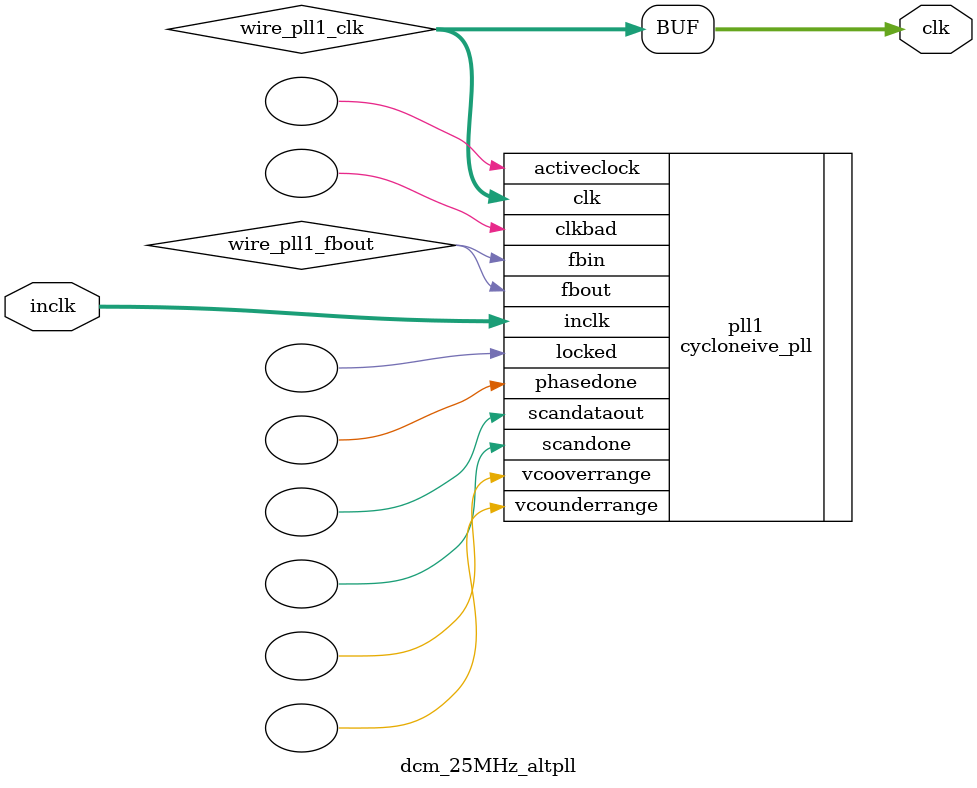
<source format=v>






//synthesis_resources = cycloneive_pll 1 
//synopsys translate_off
`timescale 1 ps / 1 ps
//synopsys translate_on
module  dcm_25MHz_altpll
	( 
	clk,
	inclk) /* synthesis synthesis_clearbox=1 */;
	output   [4:0]  clk;
	input   [1:0]  inclk;
`ifndef ALTERA_RESERVED_QIS
// synopsys translate_off
`endif
	tri0   [1:0]  inclk;
`ifndef ALTERA_RESERVED_QIS
// synopsys translate_on
`endif

	wire  [4:0]   wire_pll1_clk;
	wire  wire_pll1_fbout;

	cycloneive_pll   pll1
	( 
	.activeclock(),
	.clk(wire_pll1_clk),
	.clkbad(),
	.fbin(wire_pll1_fbout),
	.fbout(wire_pll1_fbout),
	.inclk(inclk),
	.locked(),
	.phasedone(),
	.scandataout(),
	.scandone(),
	.vcooverrange(),
	.vcounderrange()
	`ifndef FORMAL_VERIFICATION
	// synopsys translate_off
	`endif
	,
	.areset(1'b0),
	.clkswitch(1'b0),
	.configupdate(1'b0),
	.pfdena(1'b1),
	.phasecounterselect({3{1'b0}}),
	.phasestep(1'b0),
	.phaseupdown(1'b0),
	.scanclk(1'b0),
	.scanclkena(1'b1),
	.scandata(1'b0)
	`ifndef FORMAL_VERIFICATION
	// synopsys translate_on
	`endif
	);
	defparam
		pll1.bandwidth_type = "auto",
		pll1.clk0_divide_by = 2,
		pll1.clk0_duty_cycle = 50,
		pll1.clk0_multiply_by = 1,
		pll1.clk0_phase_shift = "0",
		pll1.compensate_clock = "clk0",
		pll1.inclk0_input_frequency = 20000,
		pll1.operation_mode = "normal",
		pll1.pll_type = "auto",
		pll1.lpm_type = "cycloneive_pll";
	assign
		clk = {wire_pll1_clk[4:0]};
endmodule //dcm_25MHz_altpll
//VALID FILE

</source>
